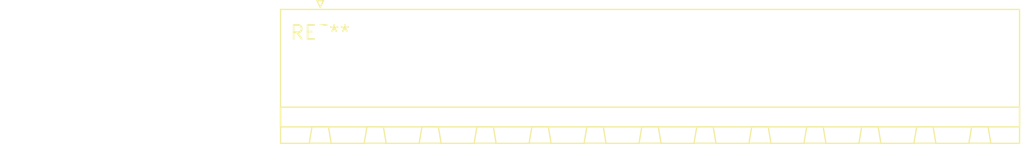
<source format=kicad_pcb>
(kicad_pcb (version 20240108) (generator pcbnew)
  (layers (0 "F.Cu" signal) (31 "B.Cu" signal) (34 "B.Paste" user) (35 "F.Paste" user) (36 "B.SilkS" user "B.Silkscreen") (37 "F.SilkS" user "F.Silkscreen") (38 "B.Mask" user) (39 "F.Mask" user) (44 "Edge.Cuts" user))
  (net 0 "")
  (footprint "PhoenixContact_MSTBA_2,5_13-G_1x13_P5.00mm_Horizontal" (layer "F.Cu") (at 0 0)
    (property "Reference" "REF**")
    (property "Value" "PhoenixContact_MSTBA_2,5_13-G_1x13_P5.00mm_Horizontal")
    (fp_line (start -3.61 -2.11) (end -3.61 10.11) (layer "F.SilkS") (stroke (width 0.12)))
    (fp_line (start -3.61 6.81) (end 63.61 6.81) (layer "F.SilkS") (stroke (width 0.12)))
    (fp_line (start -3.61 8.61) (end -3.61 6.81) (layer "F.SilkS") (stroke (width 0.12)))
    (fp_line (start -3.61 10.11) (end 63.61 10.11) (layer "F.SilkS") (stroke (width 0.12)))
    (fp_line (start -1 10.11) (end 1 10.11) (layer "F.SilkS") (stroke (width 0.12)))
    (fp_line (start -0.75 8.61) (end -1 10.11) (layer "F.SilkS") (stroke (width 0.12)))
    (fp_line (start -0.3 -2.91) (end 0.3 -2.91) (layer "F.SilkS") (stroke (width 0.12)))
    (fp_line (start 0 -2.31) (end -0.3 -2.91) (layer "F.SilkS") (stroke (width 0.12)))
    (fp_line (start 0.3 -2.91) (end 0 -2.31) (layer "F.SilkS") (stroke (width 0.12)))
    (fp_line (start 0.75 8.61) (end -0.75 8.61) (layer "F.SilkS") (stroke (width 0.12)))
    (fp_line (start 1 10.11) (end 0.75 8.61) (layer "F.SilkS") (stroke (width 0.12)))
    (fp_line (start 4 10.11) (end 6 10.11) (layer "F.SilkS") (stroke (width 0.12)))
    (fp_line (start 4.25 8.61) (end 4 10.11) (layer "F.SilkS") (stroke (width 0.12)))
    (fp_line (start 5.75 8.61) (end 4.25 8.61) (layer "F.SilkS") (stroke (width 0.12)))
    (fp_line (start 6 10.11) (end 5.75 8.61) (layer "F.SilkS") (stroke (width 0.12)))
    (fp_line (start 9 10.11) (end 11 10.11) (layer "F.SilkS") (stroke (width 0.12)))
    (fp_line (start 9.25 8.61) (end 9 10.11) (layer "F.SilkS") (stroke (width 0.12)))
    (fp_line (start 10.75 8.61) (end 9.25 8.61) (layer "F.SilkS") (stroke (width 0.12)))
    (fp_line (start 11 10.11) (end 10.75 8.61) (layer "F.SilkS") (stroke (width 0.12)))
    (fp_line (start 14 10.11) (end 16 10.11) (layer "F.SilkS") (stroke (width 0.12)))
    (fp_line (start 14.25 8.61) (end 14 10.11) (layer "F.SilkS") (stroke (width 0.12)))
    (fp_line (start 15.75 8.61) (end 14.25 8.61) (layer "F.SilkS") (stroke (width 0.12)))
    (fp_line (start 16 10.11) (end 15.75 8.61) (layer "F.SilkS") (stroke (width 0.12)))
    (fp_line (start 19 10.11) (end 21 10.11) (layer "F.SilkS") (stroke (width 0.12)))
    (fp_line (start 19.25 8.61) (end 19 10.11) (layer "F.SilkS") (stroke (width 0.12)))
    (fp_line (start 20.75 8.61) (end 19.25 8.61) (layer "F.SilkS") (stroke (width 0.12)))
    (fp_line (start 21 10.11) (end 20.75 8.61) (layer "F.SilkS") (stroke (width 0.12)))
    (fp_line (start 24 10.11) (end 26 10.11) (layer "F.SilkS") (stroke (width 0.12)))
    (fp_line (start 24.25 8.61) (end 24 10.11) (layer "F.SilkS") (stroke (width 0.12)))
    (fp_line (start 25.75 8.61) (end 24.25 8.61) (layer "F.SilkS") (stroke (width 0.12)))
    (fp_line (start 26 10.11) (end 25.75 8.61) (layer "F.SilkS") (stroke (width 0.12)))
    (fp_line (start 29 10.11) (end 31 10.11) (layer "F.SilkS") (stroke (width 0.12)))
    (fp_line (start 29.25 8.61) (end 29 10.11) (layer "F.SilkS") (stroke (width 0.12)))
    (fp_line (start 30.75 8.61) (end 29.25 8.61) (layer "F.SilkS") (stroke (width 0.12)))
    (fp_line (start 31 10.11) (end 30.75 8.61) (layer "F.SilkS") (stroke (width 0.12)))
    (fp_line (start 34 10.11) (end 36 10.11) (layer "F.SilkS") (stroke (width 0.12)))
    (fp_line (start 34.25 8.61) (end 34 10.11) (layer "F.SilkS") (stroke (width 0.12)))
    (fp_line (start 35.75 8.61) (end 34.25 8.61) (layer "F.SilkS") (stroke (width 0.12)))
    (fp_line (start 36 10.11) (end 35.75 8.61) (layer "F.SilkS") (stroke (width 0.12)))
    (fp_line (start 39 10.11) (end 41 10.11) (layer "F.SilkS") (stroke (width 0.12)))
    (fp_line (start 39.25 8.61) (end 39 10.11) (layer "F.SilkS") (stroke (width 0.12)))
    (fp_line (start 40.75 8.61) (end 39.25 8.61) (layer "F.SilkS") (stroke (width 0.12)))
    (fp_line (start 41 10.11) (end 40.75 8.61) (layer "F.SilkS") (stroke (width 0.12)))
    (fp_line (start 44 10.11) (end 46 10.11) (layer "F.SilkS") (stroke (width 0.12)))
    (fp_line (start 44.25 8.61) (end 44 10.11) (layer "F.SilkS") (stroke (width 0.12)))
    (fp_line (start 45.75 8.61) (end 44.25 8.61) (layer "F.SilkS") (stroke (width 0.12)))
    (fp_line (start 46 10.11) (end 45.75 8.61) (layer "F.SilkS") (stroke (width 0.12)))
    (fp_line (start 49 10.11) (end 51 10.11) (layer "F.SilkS") (stroke (width 0.12)))
    (fp_line (start 49.25 8.61) (end 49 10.11) (layer "F.SilkS") (stroke (width 0.12)))
    (fp_line (start 50.75 8.61) (end 49.25 8.61) (layer "F.SilkS") (stroke (width 0.12)))
    (fp_line (start 51 10.11) (end 50.75 8.61) (layer "F.SilkS") (stroke (width 0.12)))
    (fp_line (start 54 10.11) (end 56 10.11) (layer "F.SilkS") (stroke (width 0.12)))
    (fp_line (start 54.25 8.61) (end 54 10.11) (layer "F.SilkS") (stroke (width 0.12)))
    (fp_line (start 55.75 8.61) (end 54.25 8.61) (layer "F.SilkS") (stroke (width 0.12)))
    (fp_line (start 56 10.11) (end 55.75 8.61) (layer "F.SilkS") (stroke (width 0.12)))
    (fp_line (start 59 10.11) (end 61 10.11) (layer "F.SilkS") (stroke (width 0.12)))
    (fp_line (start 59.25 8.61) (end 59 10.11) (layer "F.SilkS") (stroke (width 0.12)))
    (fp_line (start 60.75 8.61) (end 59.25 8.61) (layer "F.SilkS") (stroke (width 0.12)))
    (fp_line (start 61 10.11) (end 60.75 8.61) (layer "F.SilkS") (stroke (width 0.12)))
    (fp_line (start 63.61 -2.11) (end -3.61 -2.11) (layer "F.SilkS") (stroke (width 0.12)))
    (fp_line (start 63.61 6.81) (end 63.61 8.61) (layer "F.SilkS") (stroke (width 0.12)))
    (fp_line (start 63.61 8.61) (end -3.61 8.61) (layer "F.SilkS") (stroke (width 0.12)))
    (fp_line (start 63.61 10.11) (end 63.61 -2.11) (layer "F.SilkS") (stroke (width 0.12)))
    (pad "1" thru_hole roundrect (at 0 0) (size 2 3.6) (drill 1.4) (layers *.Cu *.Mask) (remove_unused_layers) (roundrect_rratio 0.125))
    (pad "2" thru_hole oval (at 5 0) (size 2 3.6) (drill 1.4) (layers *.Cu *.Mask) (remove_unused_layers))
    (pad "3" thru_hole oval (at 10 0) (size 2 3.6) (drill 1.4) (layers *.Cu *.Mask) (remove_unused_layers))
    (pad "4" thru_hole oval (at 15 0) (size 2 3.6) (drill 1.4) (layers *.Cu *.Mask) (remove_unused_layers))
    (pad "5" thru_hole oval (at 20 0) (size 2 3.6) (drill 1.4) (layers *.Cu *.Mask) (remove_unused_layers))
    (pad "6" thru_hole oval (at 25 0) (size 2 3.6) (drill 1.4) (layers *.Cu *.Mask) (remove_unused_layers))
    (pad "7" thru_hole oval (at 30 0) (size 2 3.6) (drill 1.4) (layers *.Cu *.Mask) (remove_unused_layers))
    (pad "8" thru_hole oval (at 35 0) (size 2 3.6) (drill 1.4) (layers *.Cu *.Mask) (remove_unused_layers))
    (pad "9" thru_hole oval (at 40 0) (size 2 3.6) (drill 1.4) (layers *.Cu *.Mask) (remove_unused_layers))
    (pad "10" thru_hole oval (at 45 0) (size 2 3.6) (drill 1.4) (layers *.Cu *.Mask) (remove_unused_layers))
    (pad "11" thru_hole oval (at 50 0) (size 2 3.6) (drill 1.4) (layers *.Cu *.Mask) (remove_unused_layers))
    (pad "12" thru_hole oval (at 55 0) (size 2 3.6) (drill 1.4) (layers *.Cu *.Mask) (remove_unused_layers))
    (pad "13" thru_hole oval (at 60 0) (size 2 3.6) (drill 1.4) (layers *.Cu *.Mask) (remove_unused_layers))
  )
)
</source>
